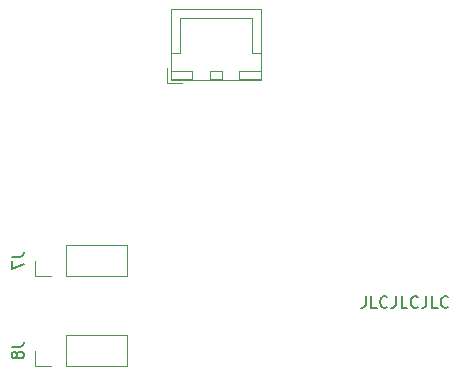
<source format=gbr>
%TF.GenerationSoftware,KiCad,Pcbnew,(6.0.8)*%
%TF.CreationDate,2022-10-07T10:45:27+09:00*%
%TF.ProjectId,Transmitter,5472616e-736d-4697-9474-65722e6b6963,rev?*%
%TF.SameCoordinates,Original*%
%TF.FileFunction,Legend,Bot*%
%TF.FilePolarity,Positive*%
%FSLAX46Y46*%
G04 Gerber Fmt 4.6, Leading zero omitted, Abs format (unit mm)*
G04 Created by KiCad (PCBNEW (6.0.8)) date 2022-10-07 10:45:27*
%MOMM*%
%LPD*%
G01*
G04 APERTURE LIST*
%ADD10C,0.150000*%
%ADD11C,0.120000*%
G04 APERTURE END LIST*
D10*
X156166666Y-94452380D02*
X156166666Y-95166666D01*
X156119047Y-95309523D01*
X156023809Y-95404761D01*
X155880952Y-95452380D01*
X155785714Y-95452380D01*
X157119047Y-95452380D02*
X156642857Y-95452380D01*
X156642857Y-94452380D01*
X158023809Y-95357142D02*
X157976190Y-95404761D01*
X157833333Y-95452380D01*
X157738095Y-95452380D01*
X157595238Y-95404761D01*
X157500000Y-95309523D01*
X157452380Y-95214285D01*
X157404761Y-95023809D01*
X157404761Y-94880952D01*
X157452380Y-94690476D01*
X157500000Y-94595238D01*
X157595238Y-94500000D01*
X157738095Y-94452380D01*
X157833333Y-94452380D01*
X157976190Y-94500000D01*
X158023809Y-94547619D01*
X158738095Y-94452380D02*
X158738095Y-95166666D01*
X158690476Y-95309523D01*
X158595238Y-95404761D01*
X158452380Y-95452380D01*
X158357142Y-95452380D01*
X159690476Y-95452380D02*
X159214285Y-95452380D01*
X159214285Y-94452380D01*
X160595238Y-95357142D02*
X160547619Y-95404761D01*
X160404761Y-95452380D01*
X160309523Y-95452380D01*
X160166666Y-95404761D01*
X160071428Y-95309523D01*
X160023809Y-95214285D01*
X159976190Y-95023809D01*
X159976190Y-94880952D01*
X160023809Y-94690476D01*
X160071428Y-94595238D01*
X160166666Y-94500000D01*
X160309523Y-94452380D01*
X160404761Y-94452380D01*
X160547619Y-94500000D01*
X160595238Y-94547619D01*
X161309523Y-94452380D02*
X161309523Y-95166666D01*
X161261904Y-95309523D01*
X161166666Y-95404761D01*
X161023809Y-95452380D01*
X160928571Y-95452380D01*
X162261904Y-95452380D02*
X161785714Y-95452380D01*
X161785714Y-94452380D01*
X163166666Y-95357142D02*
X163119047Y-95404761D01*
X162976190Y-95452380D01*
X162880952Y-95452380D01*
X162738095Y-95404761D01*
X162642857Y-95309523D01*
X162595238Y-95214285D01*
X162547619Y-95023809D01*
X162547619Y-94880952D01*
X162595238Y-94690476D01*
X162642857Y-94595238D01*
X162738095Y-94500000D01*
X162880952Y-94452380D01*
X162976190Y-94452380D01*
X163119047Y-94500000D01*
X163166666Y-94547619D01*
%TO.C,J8*%
X126222380Y-98736666D02*
X126936666Y-98736666D01*
X127079523Y-98689047D01*
X127174761Y-98593809D01*
X127222380Y-98450952D01*
X127222380Y-98355714D01*
X126650952Y-99355714D02*
X126603333Y-99260476D01*
X126555714Y-99212857D01*
X126460476Y-99165238D01*
X126412857Y-99165238D01*
X126317619Y-99212857D01*
X126270000Y-99260476D01*
X126222380Y-99355714D01*
X126222380Y-99546190D01*
X126270000Y-99641428D01*
X126317619Y-99689047D01*
X126412857Y-99736666D01*
X126460476Y-99736666D01*
X126555714Y-99689047D01*
X126603333Y-99641428D01*
X126650952Y-99546190D01*
X126650952Y-99355714D01*
X126698571Y-99260476D01*
X126746190Y-99212857D01*
X126841428Y-99165238D01*
X127031904Y-99165238D01*
X127127142Y-99212857D01*
X127174761Y-99260476D01*
X127222380Y-99355714D01*
X127222380Y-99546190D01*
X127174761Y-99641428D01*
X127127142Y-99689047D01*
X127031904Y-99736666D01*
X126841428Y-99736666D01*
X126746190Y-99689047D01*
X126698571Y-99641428D01*
X126650952Y-99546190D01*
%TO.C,J7*%
X126222380Y-91131666D02*
X126936666Y-91131666D01*
X127079523Y-91084047D01*
X127174761Y-90988809D01*
X127222380Y-90845952D01*
X127222380Y-90750714D01*
X126222380Y-91512619D02*
X126222380Y-92179285D01*
X127222380Y-91750714D01*
D11*
%TO.C,J5*%
X139690000Y-73860000D02*
X140440000Y-73860000D01*
X146540000Y-70910000D02*
X143490000Y-70910000D01*
X139690000Y-75360000D02*
X141490000Y-75360000D01*
X141490000Y-75360000D02*
X141490000Y-76110000D01*
X140640000Y-76410000D02*
X139390000Y-76410000D01*
X147290000Y-73860000D02*
X146540000Y-73860000D01*
X147300000Y-76120000D02*
X139680000Y-76120000D01*
X145490000Y-75360000D02*
X147290000Y-75360000D01*
X143990000Y-75360000D02*
X143990000Y-76110000D01*
X139390000Y-76410000D02*
X139390000Y-75160000D01*
X147300000Y-70150000D02*
X147300000Y-76120000D01*
X147290000Y-76110000D02*
X145490000Y-76110000D01*
X142990000Y-75360000D02*
X143990000Y-75360000D01*
X139680000Y-76120000D02*
X139680000Y-70150000D01*
X146540000Y-73860000D02*
X146540000Y-70910000D01*
X145490000Y-76110000D02*
X145490000Y-75360000D01*
X141490000Y-76110000D02*
X139690000Y-76110000D01*
X139690000Y-76110000D02*
X139690000Y-75360000D01*
X139680000Y-70150000D02*
X147300000Y-70150000D01*
X140440000Y-73860000D02*
X140440000Y-70910000D01*
X142990000Y-76110000D02*
X142990000Y-75360000D01*
X147290000Y-75360000D02*
X147290000Y-76110000D01*
X140440000Y-70910000D02*
X143490000Y-70910000D01*
X143990000Y-76110000D02*
X142990000Y-76110000D01*
%TO.C,J8*%
X130810000Y-100400000D02*
X135950000Y-100400000D01*
X130810000Y-97740000D02*
X135950000Y-97740000D01*
X128210000Y-100400000D02*
X129540000Y-100400000D01*
X135950000Y-97740000D02*
X135950000Y-100400000D01*
X128210000Y-99070000D02*
X128210000Y-100400000D01*
X130810000Y-97740000D02*
X130810000Y-100400000D01*
%TO.C,J7*%
X130810000Y-90135000D02*
X130810000Y-92795000D01*
X130810000Y-90135000D02*
X135950000Y-90135000D01*
X130810000Y-92795000D02*
X135950000Y-92795000D01*
X128210000Y-92795000D02*
X129540000Y-92795000D01*
X128210000Y-91465000D02*
X128210000Y-92795000D01*
X135950000Y-90135000D02*
X135950000Y-92795000D01*
%TD*%
M02*

</source>
